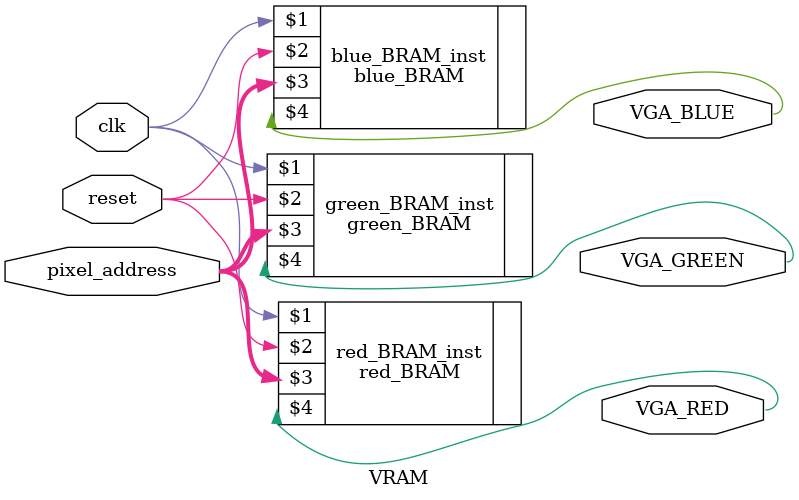
<source format=v>
`timescale 1ns/1ps
`define period 10
module VRAM(clk, reset, pixel_address, VGA_RED, VGA_GREEN, VGA_BLUE);
input clk, reset;
input [13:0] pixel_address;
output VGA_RED, VGA_GREEN, VGA_BLUE;

//instantiation of the three BRAMs one for its color
red_BRAM red_BRAM_inst(clk, reset, pixel_address, VGA_RED);
green_BRAM green_BRAM_inst(clk, reset, pixel_address, VGA_GREEN);
blue_BRAM blue_BRAM_inst(clk, reset, pixel_address, VGA_BLUE);
  
endmodule
</source>
